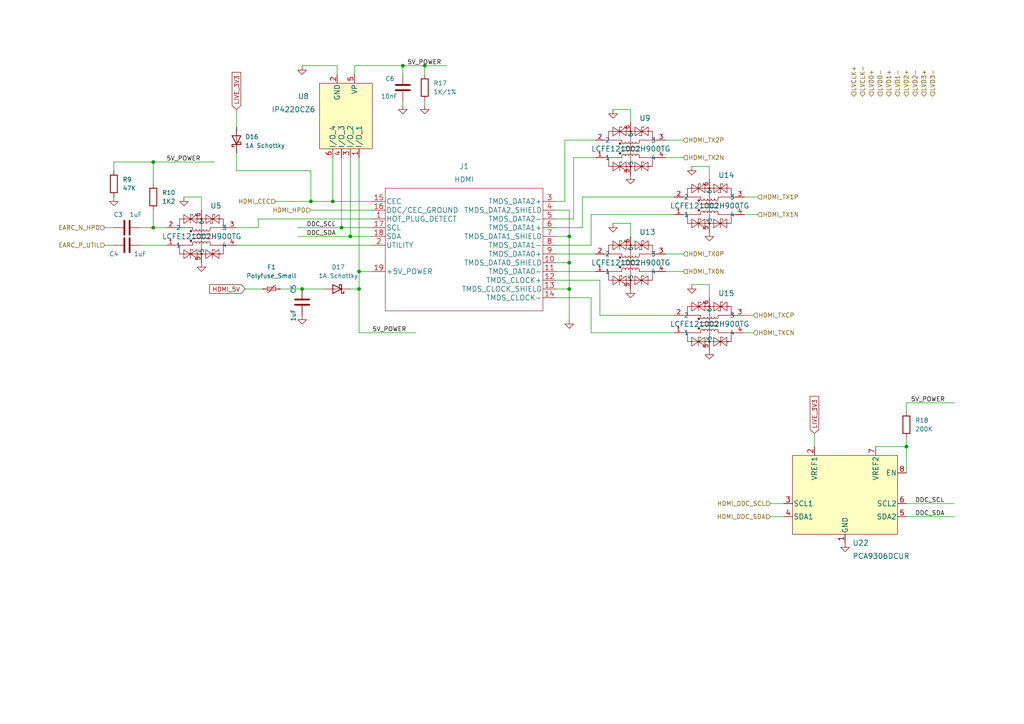
<source format=kicad_sch>
(kicad_sch (version 20211123) (generator eeschema)
  (paper "A4")
  (title_block (title "HDMI connector") (date "2022-08-23") (company "Digital Sculptor GmbH"))
  (lib_symbols
    (symbol "Device:C" (pin_numbers hide) (pin_names (offset 0.254))
      (property "Reference" "C" (at 0.635 2.54 0))
      (property "Value" "C" (at 0.635 -2.54 0))
      (symbol "C_0_1"
        (polyline (pts (xy -2.032 -0.762) (xy 2.032 -0.762)) (stroke (width 0.508)))
        (polyline (pts (xy -2.032 0.762) (xy 2.032 0.762)) (stroke (width 0.508)))
      )
      (symbol "C_1_1"
        (pin passive line (at 0 3.81 270) (length 2.794) (name "~") (number "1"))
        (pin passive line (at 0 -3.81 90) (length 2.794) (name "~") (number "2"))
      )
    )
    (symbol "Device:D_Schottky" (pin_numbers hide) (pin_names (offset 1.016) hide)
      (property "Reference" "D" (at 0 2.54 0))
      (property "Value" "D_Schottky" (at 0 -2.54 0))
      (symbol "D_Schottky_0_1"
        (polyline (pts (xy 1.27 0) (xy -1.27 0)))
        (polyline (pts (xy 1.27 1.27) (xy 1.27 -1.27) (xy -1.27 0) (xy 1.27 1.27)) (stroke (width 0.254)))
        (polyline (pts (xy -1.905 0.635) (xy -1.905 1.27) (xy -1.27 1.27) (xy -1.27 -1.27) (xy -0.635 -1.27) (xy -0.635 -0.635)) (stroke (width 0.254)))
      )
      (symbol "D_Schottky_1_1"
        (pin passive line (at -3.81 0 0) (length 2.54) (name "K") (number "1"))
        (pin passive line (at 3.81 0 180) (length 2.54) (name "A") (number "2"))
      )
    )
    (symbol "Device:Polyfuse_Small" (pin_numbers hide) (pin_names (offset 0))
      (property "Reference" "F" (at -1.905 0 90))
      (property "Value" "Polyfuse_Small" (at 1.905 0 90))
      (symbol "Polyfuse_Small_0_1"
        (rectangle (start -0.508 1.27) (end 0.508 -1.27))
        (polyline (pts (xy 0 2.54) (xy 0 -2.54)))
        (polyline (pts (xy -1.016 1.27) (xy -1.016 0.762) (xy 1.016 -0.762) (xy 1.016 -1.27)))
      )
      (symbol "Polyfuse_Small_1_1"
        (pin passive line (at 0 2.54 270) (length 0.635) (name "~") (number "1"))
        (pin passive line (at 0 -2.54 90) (length 0.635) (name "~") (number "2"))
      )
    )
    (symbol "Device:R" (pin_numbers hide) (pin_names (offset 0))
      (property "Reference" "R" (at 2.032 0 90))
      (property "Value" "R" (at 0 0 90))
      (symbol "R_0_1"
        (rectangle (start -1.016 -2.54) (end 1.016 2.54) (stroke (width 0.254)))
      )
      (symbol "R_1_1"
        (pin passive line (at 0 3.81 270) (length 1.27) (name "~") (number "1"))
        (pin passive line (at 0 -3.81 90) (length 1.27) (name "~") (number "2"))
      )
    )
    (symbol "Ziloo:HDMI Molex 46765-2301" (pin_names (offset 0.254))
      (property "Reference" "J?" (at 0 20.32 0))
      (property "Value" "HDMI Molex 46765-2301" (at 1.27 17.78 0))
      (symbol "HDMI Molex 46765-2301_1_1"
        (polyline (pts (xy -21.59 -20.32) (xy 24.13 -20.32)) (stroke (width 0.127)))
        (polyline (pts (xy -21.59 15.24) (xy -21.59 -20.32)) (stroke (width 0.127)))
        (polyline (pts (xy 24.13 -20.32) (xy 24.13 15.24)) (stroke (width 0.127)))
        (polyline (pts (xy 24.13 15.24) (xy -21.59 15.24)) (stroke (width 0.127)))
        (pin unspecified line (at -25.4 6.35 0) (length 3.81) (name "HOT_PLUG_DETECT") (number "1"))
        (pin bidirectional line (at 27.94 -6.35 180) (length 3.81) (name "TMDS_DATA0_SHIELD") (number "10"))
        (pin bidirectional line (at 27.94 -8.89 180) (length 3.81) (name "TMDS_DATA0-") (number "11"))
        (pin unspecified line (at 27.94 -11.43 180) (length 3.81) (name "TMDS_CLOCK+") (number "12"))
        (pin unspecified line (at 27.94 -13.97 180) (length 3.81) (name "TMDS_CLOCK_SHIELD") (number "13"))
        (pin unspecified line (at 27.94 -16.51 180) (length 3.81) (name "TMDS_CLOCK-") (number "14"))
        (pin unspecified line (at -25.4 11.43 0) (length 3.81) (name "CEC") (number "15"))
        (pin unspecified line (at -25.4 8.89 0) (length 3.81) (name "DDC/CEC_GROUND") (number "16"))
        (pin unspecified line (at -25.4 3.81 0) (length 3.81) (name "SCL") (number "17"))
        (pin unspecified line (at -25.4 1.27 0) (length 3.81) (name "SDA") (number "18"))
        (pin power_in line (at -25.4 -8.89 0) (length 3.81) (name "+5V_POWER") (number "19"))
        (pin unspecified line (at -25.4 -1.27 0) (length 3.81) (name "UTILITY") (number "2"))
        (pin bidirectional line (at 27.94 11.43 180) (length 3.81) (name "TMDS_DATA2+") (number "3"))
        (pin bidirectional line (at 27.94 8.89 180) (length 3.81) (name "TMDS_DATA2_SHIELD") (number "4"))
        (pin bidirectional line (at 27.94 6.35 180) (length 3.81) (name "TMDS_DATA2-") (number "5"))
        (pin bidirectional line (at 27.94 3.81 180) (length 3.81) (name "TMDS_DATA1+") (number "6"))
        (pin bidirectional line (at 27.94 1.27 180) (length 3.81) (name "TMDS_DATA1_SHIELD") (number "7"))
        (pin bidirectional line (at 27.94 -1.27 180) (length 3.81) (name "TMDS_DATA1-") (number "8"))
        (pin bidirectional line (at 27.94 -3.81 180) (length 3.81) (name "TMDS_DATA0+") (number "9"))
      )
    )
    (symbol "Ziloo:IP4220CZ6" (pin_names (offset 0.254))
      (property "Reference" "U?" (at 0 11.43 0))
      (property "Value" "IP4220CZ6" (at 0 8.89 0))
      (symbol "IP4220CZ6_1_1"
        (rectangle (start -8.89 7.62) (end 10.16 -7.62) (fill (type background)))
        (pin unspecified line (at 12.7 3.81 180) (length 2.54) (name "I/O_1") (number "1"))
        (pin power_in line (at -11.43 -2.54 0) (length 2.54) (name "GND") (number "2"))
        (pin unspecified line (at 12.7 1.27 180) (length 2.54) (name "I/O_2") (number "3"))
        (pin unspecified line (at 12.7 -1.27 180) (length 2.54) (name "I/O_3") (number "4"))
        (pin power_in line (at -11.43 2.54 0) (length 2.54) (name "VP") (number "5"))
        (pin unspecified line (at 12.7 -3.81 180) (length 2.54) (name "I/O_4") (number "6"))
      )
    )
    (symbol "Ziloo:LCFE121002H900TG" (pin_names (offset 0.254))
      (property "Reference" "U?" (at 2.54 7.62 0))
      (property "Value" "LCFE121002H900TG" (at 0 0 0))
      (symbol "LCFE121002H900TG_0_1"
        (circle (center 0 -5.08) (radius 0.254) (fill (type outline)))
        (polyline (pts (xy -7.62 2.54) (xy -6.35 2.54)))
        (polyline (pts (xy -6.35 -5.08) (xy -6.35 -2.54)))
        (polyline (pts (xy -6.35 -5.08) (xy -2.54 -5.08)))
        (polyline (pts (xy -6.35 5.08) (xy -2.54 5.08)))
        (polyline (pts (xy -3.175 -3.81) (xy -3.175 -6.35)))
        (polyline (pts (xy -3.175 -3.81) (xy -2.54 -3.81)))
        (polyline (pts (xy -3.175 6.35) (xy -3.175 3.81)))
        (polyline (pts (xy -3.175 6.35) (xy -2.54 6.35)))
        (polyline (pts (xy -2.54 -3.81) (xy -2.54 -4.064)))
        (polyline (pts (xy -2.54 -2.54) (xy -7.62 -2.54)))
        (polyline (pts (xy -2.54 6.35) (xy -2.54 6.096)))
        (polyline (pts (xy -1.27 5.08) (xy 0 5.08)))
        (polyline (pts (xy -0.635 -5.08) (xy -3.175 -5.08)))
        (polyline (pts (xy -0.635 5.08) (xy -3.175 5.08)))
        (polyline (pts (xy 0 -5.08) (xy -1.27 -5.08)))
        (polyline (pts (xy 0 -5.08) (xy 3.81 -5.08)))
        (polyline (pts (xy 0 5.08) (xy 0 -5.08)))
        (polyline (pts (xy 0.054 5.0925) (xy 3.864 5.0925)))
        (polyline (pts (xy 2.54 -2.54) (xy 7.62 -2.54)))
        (polyline (pts (xy 2.54 2.54) (xy 7.62 2.54)))
        (polyline (pts (xy 2.594 3.8225) (xy 2.594 4.0765)))
        (polyline (pts (xy 3.175 -3.81) (xy 3.175 -6.35)))
        (polyline (pts (xy 3.175 -3.81) (xy 3.81 -3.81)))
        (polyline (pts (xy 3.229 3.8225) (xy 2.594 3.8225)))
        (polyline (pts (xy 3.229 6.3625) (xy 3.229 3.8225)))
        (polyline (pts (xy 3.229 6.3625) (xy 3.864 6.3625)))
        (polyline (pts (xy 3.81 -3.81) (xy 3.81 -4.064)))
        (polyline (pts (xy 3.864 6.3625) (xy 3.864 6.1085)))
        (polyline (pts (xy 5.0722 5.0916) (xy 6.3422 5.0916)))
        (polyline (pts (xy 5.08 -5.08) (xy 6.35 -5.08)))
        (polyline (pts (xy 5.715 -5.08) (xy 3.175 -5.08)))
        (polyline (pts (xy 5.769 5.0925) (xy 3.229 5.0925)))
        (polyline (pts (xy 6.35 -5.08) (xy 6.35 -2.54)))
        (polyline (pts (xy 6.35 5.08) (xy 6.35 2.54)))
        (polyline (pts (xy -6.35 5.08) (xy -6.35 2.54) (xy -2.54 2.54)))
        (polyline (pts (xy -5.1006 -3.8674) (xy -5.1006 -6.4074) (xy -3.1956 -5.1374) (xy -5.1006 -3.8674)))
        (polyline (pts (xy -5.1006 6.2926) (xy -5.1006 3.7526) (xy -3.1956 5.0226) (xy -5.1006 6.2926)))
        (polyline (pts (xy -1.27 -6.35) (xy -1.27 -3.81) (xy -3.175 -5.08) (xy -1.27 -6.35)))
        (polyline (pts (xy -1.27 3.81) (xy -1.27 6.35) (xy -3.175 5.08) (xy -1.27 3.81)))
        (polyline (pts (xy 1.2494 -3.8674) (xy 1.2494 -6.4074) (xy 3.1544 -5.1374) (xy 1.2494 -3.8674)))
        (polyline (pts (xy 1.3034 6.3051) (xy 1.3034 3.7651) (xy 3.2084 5.0351) (xy 1.3034 6.3051)))
        (polyline (pts (xy 5.08 -6.35) (xy 5.08 -3.81) (xy 3.175 -5.08) (xy 5.08 -6.35)))
        (polyline (pts (xy 5.134 3.8225) (xy 5.134 6.3625) (xy 3.229 5.0925) (xy 5.134 3.8225)))
        (circle (center 0 5.08) (radius 0.254) (fill (type outline)))
      )
      (symbol "LCFE121002H900TG_1_1"
        (circle (center -3.048 -1.27) (radius 0.254) (fill (type outline)))
        (circle (center -3.048 1.524) (radius 0.254) (fill (type outline)))
        (arc (start -2.54 2.032) (mid -2.032 1.524) (end -1.524 2.032))
        (arc (start -1.524 -2.032) (mid -2.032 -1.524) (end -2.54 -2.032))
        (arc (start -1.524 2.032) (mid -1.016 1.524) (end -0.508 2.032))
        (arc (start -0.508 -2.032) (mid -1.016 -1.524) (end -1.524 -2.032))
        (arc (start -0.508 2.032) (mid 0 1.524) (end 0.508 2.032))
        (polyline (pts (xy -2.54 -2.032) (xy -2.54 -2.54)))
        (polyline (pts (xy -2.54 0.508) (xy 2.54 0.508)))
        (polyline (pts (xy -2.54 2.032) (xy -2.54 2.54)))
        (polyline (pts (xy 2.54 -2.032) (xy 2.54 -2.54)))
        (polyline (pts (xy 2.54 -0.508) (xy -2.54 -0.508)))
        (polyline (pts (xy 2.54 2.54) (xy 2.54 2.032)))
        (arc (start 0.508 -2.032) (mid 0 -1.524) (end -0.508 -2.032))
        (arc (start 0.508 2.032) (mid 1.016 1.524) (end 1.524 2.032))
        (arc (start 1.524 -2.032) (mid 1.016 -1.524) (end 0.508 -2.032))
        (arc (start 1.524 2.032) (mid 2.032 1.524) (end 2.54 2.032))
        (arc (start 2.54 -2.032) (mid 2.032 -1.524) (end 1.524 -2.032))
        (pin passive line (at -10.16 -2.54 0) (length 2.54) (name "1") (number "1"))
        (pin passive line (at -10.16 2.54 0) (length 2.54) (name "2") (number "2"))
        (pin passive line (at 10.16 2.54 180) (length 2.54) (name "3") (number "3"))
        (pin passive line (at 10.16 -2.54 180) (length 2.54) (name "4") (number "4"))
        (pin passive line (at 0 -7.62 90) (length 2.54) (name "5") (number "5"))
        (pin passive line (at 0 7.62 270) (length 2.54) (name "6") (number "6"))
      )
    )
    (symbol "Ziloo:PCA9306DCUR" (pin_names (offset 0.254))
      (property "Reference" "U?" (at 0 12.7 0))
      (property "Value" "PCA9306DCUR" (at 0 0 0))
      (symbol "PCA9306DCUR_1_1"
        (rectangle (start -15.24 10.16) (end 15.24 -12.7) (fill (type background)))
        (pin power_in line (at 0 -15.24 90) (length 2.54) (name "GND") (number "1"))
        (pin power_in line (at -8.89 12.7 270) (length 2.54) (name "VREF1") (number "2"))
        (pin unspecified line (at -17.78 -3.81 0) (length 2.54) (name "SCL1") (number "3"))
        (pin unspecified line (at -17.78 -7.62 0) (length 2.54) (name "SDA1") (number "4"))
        (pin unspecified line (at 17.78 -7.62 180) (length 2.54) (name "SDA2") (number "5"))
        (pin unspecified line (at 17.78 -3.81 180) (length 2.54) (name "SCL2") (number "6"))
        (pin power_in line (at 8.89 12.7 270) (length 2.54) (name "VREF2") (number "7"))
        (pin unspecified line (at 17.78 5.08 180) (length 2.54) (name "EN") (number "8"))
      )
    )
    (symbol "power:GND" (power) (pin_names (offset 0))
      (property "Value" "GND" (at 0 -3.81 0))
      (symbol "GND_0_1"
        (polyline (pts (xy 0 0) (xy 0 -1.27) (xy 1.27 -1.27) (xy 0 -2.54) (xy -1.27 -1.27) (xy 0 -1.27)))
      )
      (symbol "GND_1_1"
        (pin power_in line (at 0 0 270) (length 0) hide (name "GND") (number "1"))
      )
    )
  )
  (junction (at 262.89 129.54))
  (junction (at 104.14 83.82))
  (junction (at 123.19 19.05))
  (junction (at 165.1 68.58))
  (junction (at 90.17 58.42))
  (junction (at 87.63 83.82))
  (junction (at 44.45 66.04))
  (junction (at 96.52 58.42))
  (junction (at 101.6 68.58))
  (junction (at 165.1 76.2))
  (junction (at 44.45 46.99))
  (junction (at 116.84 19.05))
  (junction (at 99.06 66.04))
  (junction (at 165.1 83.82))
  (junction (at 104.14 78.74))
  (wire (pts (xy 104.14 45.72) (xy 104.14 78.74)))
  (wire (pts (xy 198.12 73.66) (xy 193.04 73.66)))
  (wire (pts (xy 99.06 45.72) (xy 99.06 66.04)))
  (wire (pts (xy 182.88 31.75) (xy 177.8 31.75)))
  (wire (pts (xy 90.17 58.42) (xy 90.17 49.53)))
  (wire (pts (xy 171.45 71.12) (xy 171.45 62.23)))
  (wire (pts (xy 44.45 53.34) (xy 44.45 46.99)))
  (wire (pts (xy 166.37 63.5) (xy 166.37 45.72)))
  (wire (pts (xy 223.52 146.05) (xy 227.33 146.05)))
  (wire (pts (xy 161.29 60.96) (xy 165.1 60.96)))
  (wire (pts (xy 102.87 21.59) (xy 102.87 19.05)))
  (wire (pts (xy 218.44 91.44) (xy 215.9 91.44)))
  (wire (pts (xy 116.84 30.48) (xy 116.84 29.21)))
  (wire (pts (xy 123.19 30.48) (xy 123.19 29.21)))
  (wire (pts (xy 90.17 60.96) (xy 107.95 60.96)))
  (wire (pts (xy 161.29 76.2) (xy 165.1 76.2)))
  (wire (pts (xy 30.48 71.12) (xy 33.02 71.12)))
  (wire (pts (xy 40.64 71.12) (xy 48.26 71.12)))
  (wire (pts (xy 205.74 86.36) (xy 205.74 82.55)))
  (wire (pts (xy 102.87 19.05) (xy 116.84 19.05)))
  (wire (pts (xy 198.12 40.64) (xy 193.04 40.64)))
  (wire (pts (xy 44.45 46.99) (xy 62.23 46.99)))
  (wire (pts (xy 123.19 19.05) (xy 129.54 19.05)))
  (wire (pts (xy 161.29 83.82) (xy 165.1 83.82)))
  (wire (pts (xy 161.29 58.42) (xy 163.83 58.42)))
  (wire (pts (xy 161.29 86.36) (xy 171.45 86.36)))
  (wire (pts (xy 96.52 45.72) (xy 96.52 58.42)))
  (wire (pts (xy 30.48 66.04) (xy 33.02 66.04)))
  (wire (pts (xy 104.14 96.52) (xy 120.65 96.52)))
  (wire (pts (xy 104.14 78.74) (xy 107.95 78.74)))
  (wire (pts (xy 171.45 96.52) (xy 195.58 96.52)))
  (wire (pts (xy 262.89 127) (xy 262.89 129.54)))
  (wire (pts (xy 68.58 66.04) (xy 74.93 66.04)))
  (wire (pts (xy 236.22 125.73) (xy 236.22 129.54)))
  (wire (pts (xy 40.64 66.04) (xy 44.45 66.04)))
  (wire (pts (xy 86.36 66.04) (xy 99.06 66.04)))
  (wire (pts (xy 165.1 68.58) (xy 165.1 76.2)))
  (wire (pts (xy 223.52 149.86) (xy 227.33 149.86)))
  (wire (pts (xy 99.06 66.04) (xy 107.95 66.04)))
  (wire (pts (xy 58.42 60.96) (xy 58.42 57.15)))
  (wire (pts (xy 168.91 57.15) (xy 195.58 57.15)))
  (wire (pts (xy 161.29 81.28) (xy 173.99 81.28)))
  (wire (pts (xy 205.74 48.26) (xy 200.66 48.26)))
  (wire (pts (xy 161.29 63.5) (xy 166.37 63.5)))
  (wire (pts (xy 87.63 19.05) (xy 97.79 19.05)))
  (wire (pts (xy 68.58 44.45) (xy 68.58 49.53)))
  (wire (pts (xy 182.88 68.58) (xy 182.88 64.77)))
  (wire (pts (xy 198.12 78.74) (xy 193.04 78.74)))
  (wire (pts (xy 262.89 146.05) (xy 276.86 146.05)))
  (wire (pts (xy 173.99 81.28) (xy 173.99 91.44)))
  (wire (pts (xy 90.17 58.42) (xy 96.52 58.42)))
  (wire (pts (xy 58.42 57.15) (xy 53.34 57.15)))
  (wire (pts (xy 90.17 49.53) (xy 68.58 49.53)))
  (wire (pts (xy 101.6 68.58) (xy 107.95 68.58)))
  (wire (pts (xy 96.52 58.42) (xy 107.95 58.42)))
  (wire (pts (xy 74.93 66.04) (xy 74.93 63.5)))
  (wire (pts (xy 165.1 76.2) (xy 165.1 83.82)))
  (wire (pts (xy 161.29 78.74) (xy 172.72 78.74)))
  (wire (pts (xy 44.45 60.96) (xy 44.45 66.04)))
  (wire (pts (xy 163.83 40.64) (xy 172.72 40.64)))
  (wire (pts (xy 163.83 58.42) (xy 163.83 40.64)))
  (wire (pts (xy 87.63 83.82) (xy 93.98 83.82)))
  (wire (pts (xy 171.45 86.36) (xy 171.45 96.52)))
  (wire (pts (xy 161.29 66.04) (xy 168.91 66.04)))
  (wire (pts (xy 168.91 66.04) (xy 168.91 57.15)))
  (wire (pts (xy 262.89 116.84) (xy 276.86 116.84)))
  (wire (pts (xy 182.88 64.77) (xy 177.8 64.77)))
  (wire (pts (xy 165.1 83.82) (xy 165.1 92.71)))
  (wire (pts (xy 161.29 68.58) (xy 165.1 68.58)))
  (wire (pts (xy 123.19 21.59) (xy 123.19 19.05)))
  (wire (pts (xy 173.99 91.44) (xy 195.58 91.44)))
  (wire (pts (xy 44.45 66.04) (xy 48.26 66.04)))
  (wire (pts (xy 198.12 45.72) (xy 193.04 45.72)))
  (wire (pts (xy 97.79 21.59) (xy 97.79 19.05)))
  (wire (pts (xy 262.89 129.54) (xy 262.89 137.16)))
  (wire (pts (xy 68.58 71.12) (xy 107.95 71.12)))
  (wire (pts (xy 101.6 45.72) (xy 101.6 68.58)))
  (wire (pts (xy 80.01 58.42) (xy 90.17 58.42)))
  (wire (pts (xy 33.02 49.53) (xy 33.02 46.99)))
  (wire (pts (xy 219.71 62.23) (xy 215.9 62.23)))
  (wire (pts (xy 104.14 83.82) (xy 104.14 78.74)))
  (wire (pts (xy 161.29 71.12) (xy 171.45 71.12)))
  (wire (pts (xy 101.6 83.82) (xy 104.14 83.82)))
  (wire (pts (xy 33.02 46.99) (xy 44.45 46.99)))
  (wire (pts (xy 262.89 119.38) (xy 262.89 116.84)))
  (wire (pts (xy 74.93 63.5) (xy 107.95 63.5)))
  (wire (pts (xy 205.74 52.07) (xy 205.74 48.26)))
  (wire (pts (xy 262.89 149.86) (xy 276.86 149.86)))
  (wire (pts (xy 165.1 60.96) (xy 165.1 68.58)))
  (wire (pts (xy 71.12 83.82) (xy 76.2 83.82)))
  (wire (pts (xy 171.45 62.23) (xy 195.58 62.23)))
  (wire (pts (xy 218.44 96.52) (xy 215.9 96.52)))
  (wire (pts (xy 166.37 45.72) (xy 172.72 45.72)))
  (wire (pts (xy 219.71 57.15) (xy 215.9 57.15)))
  (wire (pts (xy 104.14 83.82) (xy 104.14 96.52)))
  (wire (pts (xy 182.88 35.56) (xy 182.88 31.75)))
  (wire (pts (xy 161.29 73.66) (xy 172.72 73.66)))
  (wire (pts (xy 81.28 83.82) (xy 87.63 83.82)))
  (wire (pts (xy 205.74 82.55) (xy 200.66 82.55)))
  (wire (pts (xy 116.84 19.05) (xy 123.19 19.05)))
  (wire (pts (xy 254 129.54) (xy 262.89 129.54)))
  (wire (pts (xy 116.84 21.59) (xy 116.84 19.05)))
  (wire (pts (xy 86.36 68.58) (xy 101.6 68.58)))
  (wire (pts (xy 68.58 31.75) (xy 68.58 36.83)))
  (image (at 421.64 138.43))
  (label "5V_POWER" (at 264.16 116.84 0))
  (label "DDC_SCL" (at 88.9 66.04 0))
  (label "5V_POWER" (at 48.26 46.99 0))
  (label "DDC_SDA" (at 88.9 68.58 0))
  (label "5V_POWER" (at 107.95 96.52 0))
  (label "DDC_SCL" (at 265.43 146.05 0))
  (label "DDC_SDA" (at 265.43 149.86 0))
  (label "5V_POWER" (at 118.11 19.05 0))
  (global_label "HDMI_5V" (shape input) (at 71.12 83.82 180) (property "Intersheet References" "${INTERSHEET_REFS}" (effects hide)))
  (global_label "LIVE_3V3" (shape input) (at 236.22 125.73 90) (property "Intersheet References" "${INTERSHEET_REFS}" (effects hide)))
  (global_label "LIVE_3V3" (shape input) (at 68.58 31.75 90) (property "Intersheet References" "${INTERSHEET_REFS}" (effects hide)))
  (hierarchical_label "LVD3-" (shape input) (at 270.51 27.94 90))
  (hierarchical_label "HDMI_TX1N" (shape input) (at 219.71 62.23 0))
  (hierarchical_label "HDMI_DDC_SCL" (shape input) (at 223.52 146.05 180))
  (hierarchical_label "LVCLK-" (shape input) (at 250.19 27.94 90))
  (hierarchical_label "LVD2-" (shape input) (at 265.43 27.94 90))
  (hierarchical_label "HDMI_TX2N" (shape input) (at 198.12 45.72 0))
  (hierarchical_label "LVCLK+" (shape input) (at 247.65 27.94 90))
  (hierarchical_label "HDMI_TX2P" (shape input) (at 198.12 40.64 0))
  (hierarchical_label "HDMI_TX0P" (shape input) (at 198.12 73.66 0))
  (hierarchical_label "HDMI_TX0N" (shape input) (at 198.12 78.74 0))
  (hierarchical_label "LVD2+" (shape input) (at 262.89 27.94 90))
  (hierarchical_label "EARC_N_HPD" (shape input) (at 30.48 66.04 180))
  (hierarchical_label "LVD1+" (shape input) (at 257.81 27.94 90))
  (hierarchical_label "EARC_P_UTIL" (shape input) (at 30.48 71.12 180))
  (hierarchical_label "HDMI_CEC" (shape input) (at 80.01 58.42 180))
  (hierarchical_label "HDMI_HPD" (shape input) (at 90.17 60.96 180))
  (hierarchical_label "LVD1-" (shape input) (at 260.35 27.94 90))
  (hierarchical_label "HDMI_DDC_SDA" (shape input) (at 223.52 149.86 180))
  (hierarchical_label "HDMI_TXCP" (shape input) (at 218.44 91.44 0))
  (hierarchical_label "HDMI_TXCN" (shape input) (at 218.44 96.52 0))
  (hierarchical_label "LVD0+" (shape input) (at 252.73 27.94 90))
  (hierarchical_label "LVD0-" (shape input) (at 255.27 27.94 90))
  (hierarchical_label "HDMI_TX1P" (shape input) (at 219.71 57.15 0))
  (hierarchical_label "LVD3+" (shape input) (at 267.97 27.94 90))
  (symbol (lib_id "power:GND") (at 177.8 64.77 0) (unit 1)
    (property "Reference" "#PWR012" (effects hide))
    (property "Value" "GND" (effects hide))
  )
  (symbol (lib_id "Ziloo:LCFE121002H900TG") (at 205.74 93.98 0) (unit 1)
    (property "Reference" "U15" (at 208.28 85.09 0) (effects (font (size 1.524 1.524)) (justify left)))
    (property "Value" "LCFE121002H900TG" (at 194.31 93.98 0) (effects (font (size 1.524 1.524)) (justify left)))
    (property "Footprint" "Ziloo:LCFE121002H900TG" (effects hide))
  )
  (symbol (lib_id "Ziloo:HDMI Molex 46765-2301") (at 133.35 69.85 0) (unit 1)
    (property "Reference" "J1" (at 134.62 48.26 0) (effects (font (size 1.524 1.524))))
    (property "Value" "HDMI" (at 134.62 52.07 0) (effects (font (size 1.524 1.524))))
    (property "Footprint" "Ziloo:467652301" (effects hide))
  )
  (symbol (lib_id "power:GND") (at 87.63 19.05 0) (unit 1)
    (property "Reference" "#PWR07" (effects hide))
    (property "Value" "GND" (effects hide))
  )
  (symbol (lib_id "Device:C") (at 87.63 87.63 0) (unit 1)
    (property "Reference" "C5" (at 85.09 83.82 90))
    (property "Value" "1uF" (at 85.09 91.44 90))
    (property "Footprint" "Capacitor_SMD:C_0402_1005Metric" (effects hide))
  )
  (symbol (lib_id "Ziloo:IP4220CZ6") (at 100.33 33.02 270) (unit 1)
    (property "Reference" "U8" (at 86.36 27.94 90) (effects (font (size 1.524 1.524)) (justify left)))
    (property "Value" "IP4220CZ6" (at 78.74 31.75 90) (effects (font (size 1.524 1.524)) (justify left)))
    (property "Footprint" "Ziloo:IP4220CZ6" (effects hide))
  )
  (symbol (lib_id "Device:D_Schottky") (at 97.79 83.82 180) (unit 1)
    (property "Reference" "D17" (at 98.1075 77.47 0))
    (property "Value" "1A Schottky" (at 98.1075 80.01 0))
    (property "Footprint" "Diode_SMD:D_SOD-123F" (effects hide))
  )
  (symbol (lib_id "power:GND") (at 182.88 83.82 0) (unit 1)
    (property "Reference" "#PWR014" (effects hide))
    (property "Value" "GND" (effects hide))
  )
  (symbol (lib_id "Device:R") (at 44.45 57.15 0) (unit 1)
    (property "Reference" "R10" (at 46.99 55.8799 0) (effects (justify left)))
    (property "Value" "1K2" (at 46.99 58.4199 0) (effects (justify left)))
    (property "Footprint" "Resistor_SMD:R_0402_1005Metric" (effects hide))
  )
  (symbol (lib_id "Device:C") (at 36.83 66.04 90) (unit 1)
    (property "Reference" "C3" (at 34.29 62.23 90))
    (property "Value" "1uF" (at 39.37 62.23 90))
    (property "Footprint" "Capacitor_SMD:C_0402_1005Metric" (effects hide))
  )
  (symbol (lib_id "power:GND") (at 200.66 48.26 0) (unit 1)
    (property "Reference" "#PWR015" (effects hide))
    (property "Value" "GND" (effects hide))
  )
  (symbol (lib_id "power:GND") (at 245.11 157.48 0) (unit 1)
    (property "Reference" "#PWR019" (effects hide))
    (property "Value" "GND" (effects hide))
  )
  (symbol (lib_id "Device:R") (at 262.89 123.19 0) (unit 1)
    (property "Reference" "R18" (at 265.43 121.9199 0) (effects (justify left)))
    (property "Value" "200K" (at 265.43 124.4599 0) (effects (justify left)))
    (property "Footprint" "Resistor_SMD:R_0402_1005Metric" (effects hide))
  )
  (symbol (lib_id "power:GND") (at 33.02 57.15 0) (unit 1)
    (property "Reference" "#PWR04" (effects hide))
    (property "Value" "GND" (effects hide))
  )
  (symbol (lib_id "power:GND") (at 123.19 30.48 0) (unit 1)
    (property "Reference" "#PWR010" (effects hide))
    (property "Value" "GND" (effects hide))
  )
  (symbol (lib_id "Ziloo:LCFE121002H900TG") (at 205.74 59.69 0) (unit 1)
    (property "Reference" "U14" (at 208.28 50.8 0) (effects (font (size 1.524 1.524)) (justify left)))
    (property "Value" "LCFE121002H900TG" (at 194.31 59.69 0) (effects (font (size 1.524 1.524)) (justify left)))
    (property "Footprint" "Ziloo:LCFE121002H900TG" (effects hide))
  )
  (symbol (lib_id "Device:Polyfuse_Small") (at 78.74 83.82 90) (unit 1)
    (property "Reference" "F1" (at 78.74 77.47 90))
    (property "Value" "Polyfuse_Small" (at 78.74 80.01 90))
    (property "Footprint" "Fuse:Fuse_0402_1005Metric" (effects hide))
  )
  (symbol (lib_id "power:GND") (at 182.88 50.8 0) (unit 1)
    (property "Reference" "#PWR013" (effects hide))
    (property "Value" "GND" (effects hide))
  )
  (symbol (lib_id "Ziloo:LCFE121002H900TG") (at 182.88 76.2 0) (unit 1)
    (property "Reference" "U13" (at 185.42 67.31 0) (effects (font (size 1.524 1.524)) (justify left)))
    (property "Value" "LCFE121002H900TG" (at 171.45 76.2 0) (effects (font (size 1.524 1.524)) (justify left)))
    (property "Footprint" "Ziloo:LCFE121002H900TG" (effects hide))
  )
  (symbol (lib_id "Device:C") (at 116.84 25.4 0) (unit 1)
    (property "Reference" "C6" (at 111.76 22.86 0) (effects (justify left)))
    (property "Value" "10nF" (at 110.49 27.94 0) (effects (justify left)))
    (property "Footprint" "Capacitor_SMD:C_0402_1005Metric" (effects hide))
  )
  (symbol (lib_id "Ziloo:PCA9306DCUR") (at 245.11 142.24 0) (unit 1)
    (property "Reference" "U22" (at 247.2551 157.48 0) (effects (font (size 1.524 1.524)) (justify left)))
    (property "Value" "PCA9306DCUR" (at 247.2551 161.29 0) (effects (font (size 1.524 1.524)) (justify left)))
    (property "Footprint" "Ziloo:PCA9306DCUR" (effects hide))
  )
  (symbol (lib_id "Ziloo:LCFE121002H900TG") (at 182.88 43.18 0) (unit 1)
    (property "Reference" "U9" (at 185.42 34.29 0) (effects (font (size 1.524 1.524)) (justify left)))
    (property "Value" "LCFE121002H900TG" (at 171.45 43.18 0) (effects (font (size 1.524 1.524)) (justify left)))
    (property "Footprint" "Ziloo:LCFE121002H900TG" (effects hide))
  )
  (symbol (lib_id "power:GND") (at 165.1 92.71 0) (unit 1)
    (property "Reference" "#PWR0114" (effects hide))
    (property "Value" "GND" (effects hide))
  )
  (symbol (lib_id "power:GND") (at 177.8 31.75 0) (unit 1)
    (property "Reference" "#PWR011" (effects hide))
    (property "Value" "GND" (effects hide))
  )
  (symbol (lib_id "power:GND") (at 58.42 76.2 0) (unit 1)
    (property "Reference" "#PWR06" (effects hide))
    (property "Value" "GND" (effects hide))
  )
  (symbol (lib_id "power:GND") (at 205.74 101.6 0) (unit 1)
    (property "Reference" "#PWR018" (effects hide))
    (property "Value" "GND" (effects hide))
  )
  (symbol (lib_id "Ziloo:LCFE121002H900TG") (at 58.42 68.58 0) (unit 1)
    (property "Reference" "U5" (at 60.96 59.69 0) (effects (font (size 1.524 1.524)) (justify left)))
    (property "Value" "LCFE121002H900TG" (at 46.99 68.58 0) (effects (font (size 1.524 1.524)) (justify left)))
    (property "Footprint" "Ziloo:LCFE121002H900TG" (effects hide))
  )
  (symbol (lib_id "Device:R") (at 33.02 53.34 0) (unit 1)
    (property "Reference" "R9" (at 35.56 52.0699 0) (effects (justify left)))
    (property "Value" "47K" (at 35.56 54.6099 0) (effects (justify left)))
    (property "Footprint" "Resistor_SMD:R_0402_1005Metric" (effects hide))
  )
  (symbol (lib_id "power:GND") (at 87.63 91.44 0) (unit 1)
    (property "Reference" "#PWR08" (effects hide))
    (property "Value" "GND" (effects hide))
  )
  (symbol (lib_id "Device:C") (at 36.83 71.12 90) (unit 1)
    (property "Reference" "C4" (at 33.02 73.66 90))
    (property "Value" "1uF" (at 40.64 73.66 90))
    (property "Footprint" "Capacitor_SMD:C_0402_1005Metric" (effects hide))
  )
  (symbol (lib_id "power:GND") (at 53.34 57.15 0) (unit 1)
    (property "Reference" "#PWR05" (effects hide))
    (property "Value" "GND" (effects hide))
  )
  (symbol (lib_id "power:GND") (at 200.66 82.55 0) (unit 1)
    (property "Reference" "#PWR016" (effects hide))
    (property "Value" "GND" (effects hide))
  )
  (symbol (lib_id "Device:R") (at 123.19 25.4 0) (unit 1)
    (property "Reference" "R17" (at 125.73 24.1299 0) (effects (justify left)))
    (property "Value" "1K/1%" (at 125.73 26.6699 0) (effects (justify left)))
    (property "Footprint" "Resistor_SMD:R_0402_1005Metric" (effects hide))
  )
  (symbol (lib_id "power:GND") (at 205.74 67.31 0) (unit 1)
    (property "Reference" "#PWR017" (effects hide))
    (property "Value" "GND" (effects hide))
  )
  (symbol (lib_id "Device:D_Schottky") (at 68.58 40.64 90) (unit 1)
    (property "Reference" "D16" (at 71.12 39.6874 90) (effects (justify right)))
    (property "Value" "1A Schottky" (at 71.12 42.2274 90) (effects (justify right)))
    (property "Footprint" "Diode_SMD:D_SOD-123F" (effects hide))
  )
  (symbol (lib_id "power:GND") (at 116.84 30.48 0) (unit 1)
    (property "Reference" "#PWR09" (effects hide))
    (property "Value" "GND" (effects hide))
  )
)
</source>
